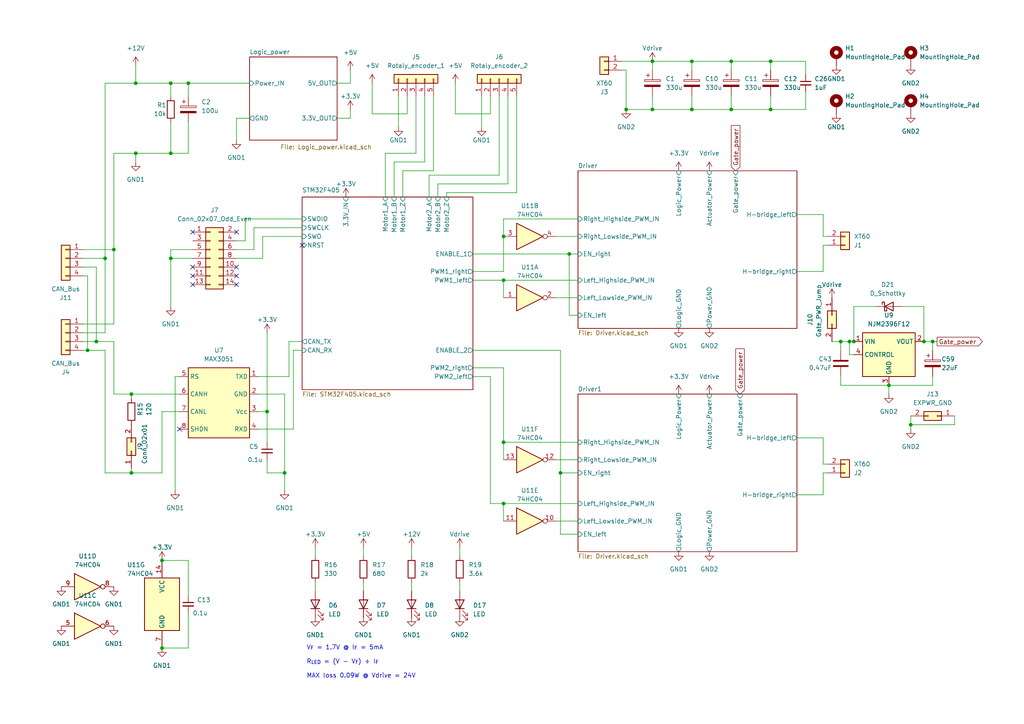
<source format=kicad_sch>
(kicad_sch (version 20230121) (generator eeschema)
  (paper "A4")
  (title_block (title "RDC_MD_prot") (date "2024-09-01") (rev "prot") (company "RDC") (comment 1 "Designer: Yuya Mochizuki"))
  (lib_symbols
    (symbol "74xx:74HC04"
      (property "Reference" "U" (at 0 1.27 0))
      (property "Value" "74HC04" (at 0 -1.27 0))
      (symbol "74HC04_1_0"
        (polyline (pts (xy -3.81 3.81) (xy -3.81 -3.81) (xy 3.81 0) (xy -3.81 3.81)) (stroke (width 0.254)) (fill (type background)))
        (pin input line (at -7.62 0 0) (length 3.81) (name "~") (number "1"))
        (pin output inverted (at 7.62 0 180) (length 3.81) (name "~") (number "2"))
      )
      (symbol "74HC04_2_0"
        (polyline (pts (xy -3.81 3.81) (xy -3.81 -3.81) (xy 3.81 0) (xy -3.81 3.81)) (stroke (width 0.254)) (fill (type background)))
        (pin input line (at -7.62 0 0) (length 3.81) (name "~") (number "3"))
        (pin output inverted (at 7.62 0 180) (length 3.81) (name "~") (number "4"))
      )
      (symbol "74HC04_3_0"
        (polyline (pts (xy -3.81 3.81) (xy -3.81 -3.81) (xy 3.81 0) (xy -3.81 3.81)) (stroke (width 0.254)) (fill (type background)))
        (pin input line (at -7.62 0 0) (length 3.81) (name "~") (number "5"))
        (pin output inverted (at 7.62 0 180) (length 3.81) (name "~") (number "6"))
      )
      (symbol "74HC04_4_0"
        (polyline (pts (xy -3.81 3.81) (xy -3.81 -3.81) (xy 3.81 0) (xy -3.81 3.81)) (stroke (width 0.254)) (fill (type background)))
        (pin output inverted (at 7.62 0 180) (length 3.81) (name "~") (number "8"))
        (pin input line (at -7.62 0 0) (length 3.81) (name "~") (number "9"))
      )
      (symbol "74HC04_5_0"
        (polyline (pts (xy -3.81 3.81) (xy -3.81 -3.81) (xy 3.81 0) (xy -3.81 3.81)) (stroke (width 0.254)) (fill (type background)))
        (pin output inverted (at 7.62 0 180) (length 3.81) (name "~") (number "10"))
        (pin input line (at -7.62 0 0) (length 3.81) (name "~") (number "11"))
      )
      (symbol "74HC04_6_0"
        (polyline (pts (xy -3.81 3.81) (xy -3.81 -3.81) (xy 3.81 0) (xy -3.81 3.81)) (stroke (width 0.254)) (fill (type background)))
        (pin output inverted (at 7.62 0 180) (length 3.81) (name "~") (number "12"))
        (pin input line (at -7.62 0 0) (length 3.81) (name "~") (number "13"))
      )
      (symbol "74HC04_7_0"
        (pin power_in line (at 0 12.7 270) (length 5.08) (name "VCC") (number "14"))
        (pin power_in line (at 0 -12.7 90) (length 5.08) (name "GND") (number "7"))
      )
      (symbol "74HC04_7_1"
        (rectangle (start -5.08 7.62) (end 5.08 -7.62) (stroke (width 0.254)) (fill (type background)))
      )
    )
    (symbol "Connector_Generic:Conn_01x02" (pin_names (offset 1.016) hide)
      (property "Reference" "J" (at 0 2.54 0))
      (property "Value" "Conn_01x02" (at 0 -5.08 0))
      (symbol "Conn_01x02_1_1"
        (rectangle (start -1.27 -2.413) (end 0 -2.667) (stroke (width 0.1524)))
        (rectangle (start -1.27 0.127) (end 0 -0.127) (stroke (width 0.1524)))
        (rectangle (start -1.27 1.27) (end 1.27 -3.81) (stroke (width 0.254)) (fill (type background)))
        (pin passive line (at -5.08 0 0) (length 3.81) (name "Pin_1") (number "1"))
        (pin passive line (at -5.08 -2.54 0) (length 3.81) (name "Pin_2") (number "2"))
      )
    )
    (symbol "Connector_Generic:Conn_01x04" (pin_names (offset 1.016) hide)
      (property "Reference" "J" (at 0 5.08 0))
      (property "Value" "Conn_01x04" (at 0 -7.62 0))
      (symbol "Conn_01x04_1_1"
        (rectangle (start -1.27 -4.953) (end 0 -5.207) (stroke (width 0.1524)))
        (rectangle (start -1.27 -2.413) (end 0 -2.667) (stroke (width 0.1524)))
        (rectangle (start -1.27 0.127) (end 0 -0.127) (stroke (width 0.1524)))
        (rectangle (start -1.27 2.667) (end 0 2.413) (stroke (width 0.1524)))
        (rectangle (start -1.27 3.81) (end 1.27 -6.35) (stroke (width 0.254)) (fill (type background)))
        (pin passive line (at -5.08 2.54 0) (length 3.81) (name "Pin_1") (number "1"))
        (pin passive line (at -5.08 0 0) (length 3.81) (name "Pin_2") (number "2"))
        (pin passive line (at -5.08 -2.54 0) (length 3.81) (name "Pin_3") (number "3"))
        (pin passive line (at -5.08 -5.08 0) (length 3.81) (name "Pin_4") (number "4"))
      )
    )
    (symbol "Connector_Generic:Conn_01x05" (pin_names (offset 1.016) hide)
      (property "Reference" "J" (at 0 7.62 0))
      (property "Value" "Conn_01x05" (at 0 -7.62 0))
      (symbol "Conn_01x05_1_1"
        (rectangle (start -1.27 -4.953) (end 0 -5.207) (stroke (width 0.1524)))
        (rectangle (start -1.27 -2.413) (end 0 -2.667) (stroke (width 0.1524)))
        (rectangle (start -1.27 0.127) (end 0 -0.127) (stroke (width 0.1524)))
        (rectangle (start -1.27 2.667) (end 0 2.413) (stroke (width 0.1524)))
        (rectangle (start -1.27 5.207) (end 0 4.953) (stroke (width 0.1524)))
        (rectangle (start -1.27 6.35) (end 1.27 -6.35) (stroke (width 0.254)) (fill (type background)))
        (pin passive line (at -5.08 5.08 0) (length 3.81) (name "Pin_1") (number "1"))
        (pin passive line (at -5.08 2.54 0) (length 3.81) (name "Pin_2") (number "2"))
        (pin passive line (at -5.08 0 0) (length 3.81) (name "Pin_3") (number "3"))
        (pin passive line (at -5.08 -2.54 0) (length 3.81) (name "Pin_4") (number "4"))
        (pin passive line (at -5.08 -5.08 0) (length 3.81) (name "Pin_5") (number "5"))
      )
    )
    (symbol "Connector_Generic:Conn_02x01" (pin_names (offset 1.016) hide)
      (property "Reference" "J" (at 1.27 2.54 0))
      (property "Value" "Conn_02x01" (at 1.27 -2.54 0))
      (symbol "Conn_02x01_1_1"
        (rectangle (start -1.27 0.127) (end 0 -0.127) (stroke (width 0.1524)))
        (rectangle (start -1.27 1.27) (end 3.81 -1.27) (stroke (width 0.254)) (fill (type background)))
        (rectangle (start 3.81 0.127) (end 2.54 -0.127) (stroke (width 0.1524)))
        (pin passive line (at -5.08 0 0) (length 3.81) (name "Pin_1") (number "1"))
        (pin passive line (at 7.62 0 180) (length 3.81) (name "Pin_2") (number "2"))
      )
    )
    (symbol "Connector_Generic:Conn_02x07_Odd_Even" (pin_names (offset 1.016) hide)
      (property "Reference" "J" (at 1.27 10.16 0))
      (property "Value" "Conn_02x07_Odd_Even" (at 1.27 -10.16 0))
      (symbol "Conn_02x07_Odd_Even_1_1"
        (rectangle (start -1.27 -7.493) (end 0 -7.747) (stroke (width 0.1524)))
        (rectangle (start -1.27 -4.953) (end 0 -5.207) (stroke (width 0.1524)))
        (rectangle (start -1.27 -2.413) (end 0 -2.667) (stroke (width 0.1524)))
        (rectangle (start -1.27 0.127) (end 0 -0.127) (stroke (width 0.1524)))
        (rectangle (start -1.27 2.667) (end 0 2.413) (stroke (width 0.1524)))
        (rectangle (start -1.27 5.207) (end 0 4.953) (stroke (width 0.1524)))
        (rectangle (start -1.27 7.747) (end 0 7.493) (stroke (width 0.1524)))
        (rectangle (start -1.27 8.89) (end 3.81 -8.89) (stroke (width 0.254)) (fill (type background)))
        (rectangle (start 3.81 -7.493) (end 2.54 -7.747) (stroke (width 0.1524)))
        (rectangle (start 3.81 -4.953) (end 2.54 -5.207) (stroke (width 0.1524)))
        (rectangle (start 3.81 -2.413) (end 2.54 -2.667) (stroke (width 0.1524)))
        (rectangle (start 3.81 0.127) (end 2.54 -0.127) (stroke (width 0.1524)))
        (rectangle (start 3.81 2.667) (end 2.54 2.413) (stroke (width 0.1524)))
        (rectangle (start 3.81 5.207) (end 2.54 4.953) (stroke (width 0.1524)))
        (rectangle (start 3.81 7.747) (end 2.54 7.493) (stroke (width 0.1524)))
        (pin passive line (at -5.08 7.62 0) (length 3.81) (name "Pin_1") (number "1"))
        (pin passive line (at 7.62 -2.54 180) (length 3.81) (name "Pin_10") (number "10"))
        (pin passive line (at -5.08 -5.08 0) (length 3.81) (name "Pin_11") (number "11"))
        (pin passive line (at 7.62 -5.08 180) (length 3.81) (name "Pin_12") (number "12"))
        (pin passive line (at -5.08 -7.62 0) (length 3.81) (name "Pin_13") (number "13"))
        (pin passive line (at 7.62 -7.62 180) (length 3.81) (name "Pin_14") (number "14"))
        (pin passive line (at 7.62 7.62 180) (length 3.81) (name "Pin_2") (number "2"))
        (pin passive line (at -5.08 5.08 0) (length 3.81) (name "Pin_3") (number "3"))
        (pin passive line (at 7.62 5.08 180) (length 3.81) (name "Pin_4") (number "4"))
        (pin passive line (at -5.08 2.54 0) (length 3.81) (name "Pin_5") (number "5"))
        (pin passive line (at 7.62 2.54 180) (length 3.81) (name "Pin_6") (number "6"))
        (pin passive line (at -5.08 0 0) (length 3.81) (name "Pin_7") (number "7"))
        (pin passive line (at 7.62 0 180) (length 3.81) (name "Pin_8") (number "8"))
        (pin passive line (at -5.08 -2.54 0) (length 3.81) (name "Pin_9") (number "9"))
      )
    )
    (symbol "Device:C" (pin_numbers hide) (pin_names (offset 0.254))
      (property "Reference" "C" (at 0.635 2.54 0))
      (property "Value" "C" (at 0.635 -2.54 0))
      (symbol "C_0_1"
        (polyline (pts (xy -2.032 -0.762) (xy 2.032 -0.762)) (stroke (width 0.508)))
        (polyline (pts (xy -2.032 0.762) (xy 2.032 0.762)) (stroke (width 0.508)))
      )
      (symbol "C_1_1"
        (pin passive line (at 0 3.81 270) (length 2.794) (name "~") (number "1"))
        (pin passive line (at 0 -3.81 90) (length 2.794) (name "~") (number "2"))
      )
    )
    (symbol "Device:C_Polarized" (pin_numbers hide) (pin_names (offset 0.254))
      (property "Reference" "C" (at 0.635 2.54 0))
      (property "Value" "C_Polarized" (at 0.635 -2.54 0))
      (symbol "C_Polarized_0_1"
        (rectangle (start -2.286 0.508) (end 2.286 1.016))
        (polyline (pts (xy -1.778 2.286) (xy -0.762 2.286)))
        (polyline (pts (xy -1.27 2.794) (xy -1.27 1.778)))
        (rectangle (start 2.286 -0.508) (end -2.286 -1.016) (fill (type outline)))
      )
      (symbol "C_Polarized_1_1"
        (pin passive line (at 0 3.81 270) (length 2.794) (name "~") (number "1"))
        (pin passive line (at 0 -3.81 90) (length 2.794) (name "~") (number "2"))
      )
    )
    (symbol "Device:C_Small" (pin_numbers hide) (pin_names (offset 0.254) hide)
      (property "Reference" "C" (at 0.254 1.778 0))
      (property "Value" "C_Small" (at 0.254 -2.032 0))
      (symbol "C_Small_0_1"
        (polyline (pts (xy -1.524 -0.508) (xy 1.524 -0.508)) (stroke (width 0.3302)))
        (polyline (pts (xy -1.524 0.508) (xy 1.524 0.508)) (stroke (width 0.3048)))
      )
      (symbol "C_Small_1_1"
        (pin passive line (at 0 2.54 270) (length 2.032) (name "~") (number "1"))
        (pin passive line (at 0 -2.54 90) (length 2.032) (name "~") (number "2"))
      )
    )
    (symbol "Device:D_Schottky" (pin_numbers hide) (pin_names (offset 1.016) hide)
      (property "Reference" "D" (at 0 2.54 0))
      (property "Value" "D_Schottky" (at 0 -2.54 0))
      (symbol "D_Schottky_0_1"
        (polyline (pts (xy 1.27 0) (xy -1.27 0)))
        (polyline (pts (xy 1.27 1.27) (xy 1.27 -1.27) (xy -1.27 0) (xy 1.27 1.27)) (stroke (width 0.254)))
        (polyline (pts (xy -1.905 0.635) (xy -1.905 1.27) (xy -1.27 1.27) (xy -1.27 -1.27) (xy -0.635 -1.27) (xy -0.635 -0.635)) (stroke (width 0.254)))
      )
      (symbol "D_Schottky_1_1"
        (pin passive line (at -3.81 0 0) (length 2.54) (name "K") (number "1"))
        (pin passive line (at 3.81 0 180) (length 2.54) (name "A") (number "2"))
      )
    )
    (symbol "Device:LED" (pin_numbers hide) (pin_names (offset 1.016) hide)
      (property "Reference" "D" (at 0 2.54 0))
      (property "Value" "LED" (at 0 -2.54 0))
      (symbol "LED_0_1"
        (polyline (pts (xy -1.27 -1.27) (xy -1.27 1.27)) (stroke (width 0.254)))
        (polyline (pts (xy -1.27 0) (xy 1.27 0)))
        (polyline (pts (xy 1.27 -1.27) (xy 1.27 1.27) (xy -1.27 0) (xy 1.27 -1.27)) (stroke (width 0.254)))
        (polyline (pts (xy -3.048 -0.762) (xy -4.572 -2.286) (xy -3.81 -2.286) (xy -4.572 -2.286) (xy -4.572 -1.524)))
        (polyline (pts (xy -1.778 -0.762) (xy -3.302 -2.286) (xy -2.54 -2.286) (xy -3.302 -2.286) (xy -3.302 -1.524)))
      )
      (symbol "LED_1_1"
        (pin passive line (at -3.81 0 0) (length 2.54) (name "K") (number "1"))
        (pin passive line (at 3.81 0 180) (length 2.54) (name "A") (number "2"))
      )
    )
    (symbol "Device:R" (pin_numbers hide) (pin_names (offset 0))
      (property "Reference" "R" (at 2.032 0 90))
      (property "Value" "R" (at 0 0 90))
      (symbol "R_0_1"
        (rectangle (start -1.016 -2.54) (end 1.016 2.54) (stroke (width 0.254)))
      )
      (symbol "R_1_1"
        (pin passive line (at 0 3.81 270) (length 1.27) (name "~") (number "1"))
        (pin passive line (at 0 -3.81 90) (length 1.27) (name "~") (number "2"))
      )
    )
    (symbol "Mechanical:MountingHole_Pad" (pin_numbers hide) (pin_names (offset 1.016) hide)
      (property "Reference" "H" (at 0 6.35 0))
      (property "Value" "MountingHole_Pad" (at 0 4.445 0))
      (symbol "MountingHole_Pad_0_1"
        (circle (center 0 1.27) (radius 1.27) (stroke (width 1.27)))
      )
      (symbol "MountingHole_Pad_1_1"
        (pin input line (at 0 -2.54 90) (length 2.54) (name "1") (number "1"))
      )
    )
    (symbol "RDC_generic:MAX3051"
      (property "Reference" "U" (at 0 0 0))
      (property "Value" "MAX3051" (at 0 0 0))
      (symbol "MAX3051_1_1"
        (rectangle (start -8.89 -2.54) (end 8.89 -22.86) (stroke (width 0.254)) (fill (type background)))
        (pin input line (at -11.43 -5.08 0) (length 2.54) (name "TXD") (number "1"))
        (pin power_in line (at -11.43 -10.16 0) (length 2.54) (name "GND") (number "2"))
        (pin power_in line (at -11.43 -15.24 0) (length 2.54) (name "Vcc") (number "3"))
        (pin input line (at -11.43 -20.32 0) (length 2.54) (name "RXD") (number "4"))
        (pin input line (at 11.43 -5.08 180) (length 2.54) (name "RS") (number "5"))
        (pin output line (at 11.43 -10.16 180) (length 2.54) (name "CANH") (number "6"))
        (pin output line (at 11.43 -15.24 180) (length 2.54) (name "CANL") (number "7"))
        (pin input line (at 11.43 -20.32 180) (length 2.54) (name "SHDN") (number "8"))
      )
    )
    (symbol "RDC_generic:NJM2396F12"
      (property "Reference" "U" (at -6.35 -6.35 0))
      (property "Value" "NJM2396F12" (at 0 6.35 0))
      (symbol "NJM2396F12_0_1"
        (rectangle (start -7.62 5.08) (end 7.62 -7.62) (stroke (width 0.254)) (fill (type background)))
      )
      (symbol "NJM2396F12_1_1"
        (pin power_in line (at -10.16 2.54 0) (length 2.54) (name "VIN") (number "1"))
        (pin power_out line (at 10.16 2.54 180) (length 2.54) (name "VOUT") (number "2"))
        (pin power_in line (at 0 -10.16 90) (length 2.54) (name "GND") (number "3"))
        (pin input line (at -10.16 -1.27 0) (length 2.54) (name "CONTROL") (number "4"))
      )
    )
    (symbol "power:+12V" (power) (pin_names (offset 0))
      (property "Value" "+12V" (at 0 3.556 0))
      (symbol "+12V_0_1"
        (polyline (pts (xy -0.762 1.27) (xy 0 2.54)))
        (polyline (pts (xy 0 0) (xy 0 2.54)))
        (polyline (pts (xy 0 2.54) (xy 0.762 1.27)))
      )
      (symbol "+12V_1_1"
        (pin power_in line (at 0 0 90) (length 0) hide (name "+12V") (number "1"))
      )
    )
    (symbol "power:+3.3V" (power) (pin_names (offset 0))
      (property "Value" "+3.3V" (at 0 3.556 0))
      (symbol "+3.3V_0_1"
        (polyline (pts (xy -0.762 1.27) (xy 0 2.54)))
        (polyline (pts (xy 0 0) (xy 0 2.54)))
        (polyline (pts (xy 0 2.54) (xy 0.762 1.27)))
      )
      (symbol "+3.3V_1_1"
        (pin power_in line (at 0 0 90) (length 0) hide (name "+3.3V") (number "1"))
      )
    )
    (symbol "power:+5V" (power) (pin_names (offset 0))
      (property "Value" "+5V" (at 0 3.556 0))
      (symbol "+5V_0_1"
        (polyline (pts (xy -0.762 1.27) (xy 0 2.54)))
        (polyline (pts (xy 0 0) (xy 0 2.54)))
        (polyline (pts (xy 0 2.54) (xy 0.762 1.27)))
      )
      (symbol "+5V_1_1"
        (pin power_in line (at 0 0 90) (length 0) hide (name "+5V") (number "1"))
      )
    )
    (symbol "power:GND1" (power) (pin_names (offset 0))
      (property "Value" "GND1" (at 0 -3.81 0))
      (symbol "GND1_0_1"
        (polyline (pts (xy 0 0) (xy 0 -1.27) (xy 1.27 -1.27) (xy 0 -2.54) (xy -1.27 -1.27) (xy 0 -1.27)))
      )
      (symbol "GND1_1_1"
        (pin power_in line (at 0 0 270) (length 0) hide (name "GND1") (number "1"))
      )
    )
    (symbol "power:GND2" (power) (pin_names (offset 0))
      (property "Value" "GND2" (at 0 -3.81 0))
      (symbol "GND2_0_1"
        (polyline (pts (xy 0 0) (xy 0 -1.27) (xy 1.27 -1.27) (xy 0 -2.54) (xy -1.27 -1.27) (xy 0 -1.27)))
      )
      (symbol "GND2_1_1"
        (pin power_in line (at 0 0 270) (length 0) hide (name "GND2") (number "1"))
      )
    )
    (symbol "power:Vdrive" (power) (pin_names (offset 0))
      (property "Value" "Vdrive" (at 0 3.81 0))
      (symbol "Vdrive_0_1"
        (polyline (pts (xy -0.762 1.27) (xy 0 2.54)))
        (polyline (pts (xy 0 0) (xy 0 2.54)))
        (polyline (pts (xy 0 2.54) (xy 0.762 1.27)))
      )
      (symbol "Vdrive_1_1"
        (pin power_in line (at 0 0 90) (length 0) hide (name "Vdrive") (number "1"))
      )
    )
  )
  (junction (at 200.66 17.78))
  (junction (at 38.1 137.16))
  (junction (at 257.81 111.76))
  (junction (at 223.52 31.75))
  (junction (at 39.37 44.45))
  (junction (at 165.1 73.66))
  (junction (at 247.65 99.06))
  (junction (at 77.47 119.38))
  (junction (at 246.38 99.06))
  (junction (at 49.53 44.45))
  (junction (at 46.99 162.56))
  (junction (at 38.1 114.3))
  (junction (at 25.4 101.6))
  (junction (at 162.56 137.16))
  (junction (at 54.61 24.13))
  (junction (at 39.37 24.13))
  (junction (at 146.05 128.27))
  (junction (at 189.23 31.75))
  (junction (at 243.84 99.06))
  (junction (at 30.48 74.93))
  (junction (at 33.02 72.39))
  (junction (at 264.16 123.19))
  (junction (at 146.05 146.05))
  (junction (at 27.94 99.06))
  (junction (at 212.09 31.75))
  (junction (at 223.52 17.78))
  (junction (at 146.05 68.58))
  (junction (at 82.55 137.16))
  (junction (at 49.53 24.13))
  (junction (at 267.97 99.06))
  (junction (at 49.53 74.93))
  (junction (at 270.51 99.06))
  (junction (at 189.23 17.78))
  (junction (at 200.66 31.75))
  (junction (at 46.99 187.96))
  (junction (at 212.09 17.78))
  (junction (at 181.61 31.75))
  (junction (at 146.05 81.28))
  (no_connect (at 68.58 77.47))
  (no_connect (at 52.07 124.46))
  (no_connect (at 68.58 67.31))
  (no_connect (at 55.88 82.55))
  (no_connect (at 68.58 82.55))
  (no_connect (at 55.88 67.31))
  (no_connect (at 68.58 80.01))
  (no_connect (at 55.88 77.47))
  (no_connect (at 87.63 71.12))
  (no_connect (at 55.88 80.01))
  (wire (pts (xy 254 88.9) (xy 247.65 88.9)))
  (wire (pts (xy 49.53 44.45) (xy 54.61 44.45)))
  (wire (pts (xy 119.38 168.91) (xy 119.38 171.45)))
  (wire (pts (xy 146.05 128.27) (xy 146.05 106.68)))
  (wire (pts (xy 54.61 162.56) (xy 46.99 162.56)))
  (wire (pts (xy 200.66 27.94) (xy 200.66 31.75)))
  (wire (pts (xy 270.51 109.22) (xy 270.51 111.76)))
  (wire (pts (xy 124.46 50.8) (xy 144.78 50.8)))
  (wire (pts (xy 74.93 119.38) (xy 77.47 119.38)))
  (wire (pts (xy 180.34 20.32) (xy 181.61 20.32)))
  (wire (pts (xy 119.38 158.75) (xy 119.38 161.29)))
  (wire (pts (xy 97.79 34.29) (xy 101.6 34.29)))
  (wire (pts (xy 161.29 68.58) (xy 167.64 68.58)))
  (wire (pts (xy 264.16 123.19) (xy 264.16 124.46)))
  (wire (pts (xy 111.76 44.45) (xy 120.65 44.45)))
  (wire (pts (xy 144.78 27.94) (xy 144.78 50.8)))
  (wire (pts (xy 233.68 31.75) (xy 223.52 31.75)))
  (wire (pts (xy 231.14 143.51) (xy 238.76 143.51)))
  (wire (pts (xy 146.05 81.28) (xy 146.05 86.36)))
  (wire (pts (xy 142.24 33.02) (xy 132.08 33.02)))
  (wire (pts (xy 149.86 55.88) (xy 149.86 27.94)))
  (wire (pts (xy 243.84 99.06) (xy 243.84 101.6)))
  (wire (pts (xy 101.6 31.75) (xy 101.6 34.29)))
  (wire (pts (xy 24.13 72.39) (xy 33.02 72.39)))
  (wire (pts (xy 137.16 78.74) (xy 146.05 78.74)))
  (wire (pts (xy 38.1 114.3) (xy 52.07 114.3)))
  (wire (pts (xy 161.29 86.36) (xy 167.64 86.36)))
  (wire (pts (xy 238.76 78.74) (xy 238.76 71.12)))
  (wire (pts (xy 87.63 101.6) (xy 85.09 101.6)))
  (wire (pts (xy 146.05 106.68) (xy 137.16 106.68)))
  (wire (pts (xy 200.66 17.78) (xy 212.09 17.78)))
  (wire (pts (xy 116.84 57.15) (xy 116.84 49.53)))
  (wire (pts (xy 124.46 57.15) (xy 124.46 50.8)))
  (wire (pts (xy 39.37 24.13) (xy 49.53 24.13)))
  (wire (pts (xy 76.2 74.93) (xy 68.58 74.93)))
  (wire (pts (xy 83.82 99.06) (xy 83.82 109.22)))
  (wire (pts (xy 39.37 44.45) (xy 49.53 44.45)))
  (wire (pts (xy 162.56 137.16) (xy 167.64 137.16)))
  (wire (pts (xy 46.99 119.38) (xy 46.99 137.16)))
  (wire (pts (xy 24.13 77.47) (xy 27.94 77.47)))
  (wire (pts (xy 146.05 146.05) (xy 146.05 151.13)))
  (wire (pts (xy 165.1 73.66) (xy 167.64 73.66)))
  (wire (pts (xy 238.76 134.62) (xy 240.03 134.62)))
  (wire (pts (xy 30.48 101.6) (xy 30.48 137.16)))
  (wire (pts (xy 146.05 63.5) (xy 146.05 68.58)))
  (wire (pts (xy 97.79 24.13) (xy 101.6 24.13)))
  (wire (pts (xy 49.53 72.39) (xy 49.53 74.93)))
  (wire (pts (xy 142.24 109.22) (xy 142.24 146.05)))
  (wire (pts (xy 238.76 137.16) (xy 240.03 137.16)))
  (wire (pts (xy 146.05 81.28) (xy 167.64 81.28)))
  (wire (pts (xy 74.93 114.3) (xy 82.55 114.3)))
  (wire (pts (xy 243.84 111.76) (xy 257.81 111.76)))
  (wire (pts (xy 116.84 49.53) (xy 125.73 49.53)))
  (wire (pts (xy 91.44 158.75) (xy 91.44 161.29)))
  (wire (pts (xy 132.08 24.13) (xy 132.08 33.02)))
  (wire (pts (xy 231.14 78.74) (xy 238.76 78.74)))
  (wire (pts (xy 46.99 119.38) (xy 52.07 119.38)))
  (wire (pts (xy 77.47 133.35) (xy 77.47 137.16)))
  (wire (pts (xy 71.12 63.5) (xy 71.12 69.85)))
  (wire (pts (xy 73.66 66.04) (xy 73.66 72.39)))
  (wire (pts (xy 68.58 34.29) (xy 68.58 40.64)))
  (wire (pts (xy 270.51 99.06) (xy 270.51 101.6)))
  (wire (pts (xy 146.05 146.05) (xy 167.64 146.05)))
  (wire (pts (xy 24.13 99.06) (xy 27.94 99.06)))
  (wire (pts (xy 38.1 135.89) (xy 38.1 137.16)))
  (wire (pts (xy 82.55 114.3) (xy 82.55 137.16)))
  (wire (pts (xy 137.16 101.6) (xy 162.56 101.6)))
  (wire (pts (xy 85.09 101.6) (xy 85.09 124.46)))
  (wire (pts (xy 167.64 154.94) (xy 162.56 154.94)))
  (wire (pts (xy 200.66 31.75) (xy 189.23 31.75)))
  (wire (pts (xy 76.2 68.58) (xy 76.2 74.93)))
  (wire (pts (xy 146.05 63.5) (xy 167.64 63.5)))
  (wire (pts (xy 101.6 20.32) (xy 101.6 24.13)))
  (wire (pts (xy 243.84 109.22) (xy 243.84 111.76)))
  (wire (pts (xy 181.61 31.75) (xy 189.23 31.75)))
  (wire (pts (xy 49.53 24.13) (xy 54.61 24.13)))
  (wire (pts (xy 49.53 74.93) (xy 55.88 74.93)))
  (wire (pts (xy 54.61 172.72) (xy 54.61 162.56)))
  (wire (pts (xy 247.65 88.9) (xy 247.65 99.06)))
  (wire (pts (xy 73.66 72.39) (xy 68.58 72.39)))
  (wire (pts (xy 146.05 128.27) (xy 146.05 133.35)))
  (wire (pts (xy 87.63 66.04) (xy 73.66 66.04)))
  (wire (pts (xy 200.66 31.75) (xy 212.09 31.75)))
  (wire (pts (xy 212.09 17.78) (xy 223.52 17.78)))
  (wire (pts (xy 241.3 99.06) (xy 243.84 99.06)))
  (wire (pts (xy 276.86 120.65) (xy 276.86 123.19)))
  (wire (pts (xy 49.53 35.56) (xy 49.53 44.45)))
  (wire (pts (xy 147.32 27.94) (xy 147.32 53.34)))
  (wire (pts (xy 146.05 78.74) (xy 146.05 68.58)))
  (wire (pts (xy 238.76 143.51) (xy 238.76 137.16)))
  (wire (pts (xy 142.24 27.94) (xy 142.24 33.02)))
  (wire (pts (xy 107.95 24.13) (xy 107.95 33.02)))
  (wire (pts (xy 71.12 69.85) (xy 68.58 69.85)))
  (wire (pts (xy 139.7 27.94) (xy 139.7 36.83)))
  (wire (pts (xy 231.14 62.23) (xy 238.76 62.23)))
  (wire (pts (xy 91.44 168.91) (xy 91.44 171.45)))
  (wire (pts (xy 115.57 27.94) (xy 115.57 36.83)))
  (wire (pts (xy 33.02 44.45) (xy 33.02 72.39)))
  (wire (pts (xy 247.65 102.87) (xy 246.38 102.87)))
  (wire (pts (xy 161.29 133.35) (xy 167.64 133.35)))
  (wire (pts (xy 77.47 137.16) (xy 82.55 137.16)))
  (wire (pts (xy 120.65 44.45) (xy 120.65 27.94)))
  (wire (pts (xy 261.62 88.9) (xy 267.97 88.9)))
  (wire (pts (xy 82.55 137.16) (xy 82.55 142.24)))
  (wire (pts (xy 246.38 102.87) (xy 246.38 99.06)))
  (wire (pts (xy 233.68 21.59) (xy 233.68 17.78)))
  (wire (pts (xy 24.13 93.98) (xy 33.02 93.98)))
  (wire (pts (xy 161.29 151.13) (xy 167.64 151.13)))
  (wire (pts (xy 54.61 24.13) (xy 72.39 24.13)))
  (wire (pts (xy 146.05 128.27) (xy 167.64 128.27)))
  (wire (pts (xy 39.37 24.13) (xy 30.48 24.13)))
  (wire (pts (xy 49.53 27.94) (xy 49.53 24.13)))
  (wire (pts (xy 77.47 96.52) (xy 77.47 119.38)))
  (wire (pts (xy 127 53.34) (xy 127 57.15)))
  (wire (pts (xy 30.48 101.6) (xy 25.4 101.6)))
  (wire (pts (xy 54.61 27.94) (xy 54.61 24.13)))
  (wire (pts (xy 105.41 158.75) (xy 105.41 161.29)))
  (wire (pts (xy 189.23 20.32) (xy 189.23 17.78)))
  (wire (pts (xy 137.16 109.22) (xy 142.24 109.22)))
  (wire (pts (xy 276.86 123.19) (xy 264.16 123.19)))
  (wire (pts (xy 77.47 119.38) (xy 77.47 128.27)))
  (wire (pts (xy 137.16 73.66) (xy 165.1 73.66)))
  (wire (pts (xy 189.23 17.78) (xy 200.66 17.78)))
  (wire (pts (xy 39.37 44.45) (xy 33.02 44.45)))
  (wire (pts (xy 30.48 137.16) (xy 38.1 137.16)))
  (wire (pts (xy 212.09 20.32) (xy 212.09 17.78)))
  (wire (pts (xy 33.02 99.06) (xy 27.94 99.06)))
  (wire (pts (xy 118.11 33.02) (xy 107.95 33.02)))
  (wire (pts (xy 52.07 109.22) (xy 50.8 109.22)))
  (wire (pts (xy 212.09 31.75) (xy 212.09 27.94)))
  (wire (pts (xy 38.1 137.16) (xy 46.99 137.16)))
  (wire (pts (xy 270.51 111.76) (xy 257.81 111.76)))
  (wire (pts (xy 24.13 80.01) (xy 25.4 80.01)))
  (wire (pts (xy 212.09 31.75) (xy 223.52 31.75)))
  (wire (pts (xy 238.76 68.58) (xy 240.03 68.58)))
  (wire (pts (xy 133.35 168.91) (xy 133.35 171.45)))
  (wire (pts (xy 200.66 20.32) (xy 200.66 17.78)))
  (wire (pts (xy 105.41 168.91) (xy 105.41 171.45)))
  (wire (pts (xy 133.35 158.75) (xy 133.35 161.29)))
  (wire (pts (xy 50.8 109.22) (xy 50.8 142.24)))
  (wire (pts (xy 181.61 20.32) (xy 181.61 31.75)))
  (wire (pts (xy 39.37 44.45) (xy 39.37 46.99)))
  (wire (pts (xy 54.61 35.56) (xy 54.61 44.45)))
  (wire (pts (xy 180.34 17.78) (xy 189.23 17.78)))
  (wire (pts (xy 238.76 134.62) (xy 238.76 127)))
  (wire (pts (xy 39.37 19.05) (xy 39.37 24.13)))
  (wire (pts (xy 264.16 120.65) (xy 264.16 123.19)))
  (wire (pts (xy 33.02 114.3) (xy 38.1 114.3)))
  (wire (pts (xy 223.52 17.78) (xy 223.52 20.32)))
  (wire (pts (xy 223.52 27.94) (xy 223.52 31.75)))
  (wire (pts (xy 72.39 34.29) (xy 68.58 34.29)))
  (wire (pts (xy 83.82 109.22) (xy 74.93 109.22)))
  (wire (pts (xy 125.73 49.53) (xy 125.73 27.94)))
  (wire (pts (xy 270.51 99.06) (xy 271.78 99.06)))
  (wire (pts (xy 30.48 74.93) (xy 30.48 96.52)))
  (wire (pts (xy 24.13 96.52) (xy 30.48 96.52)))
  (wire (pts (xy 165.1 91.44) (xy 167.64 91.44)))
  (wire (pts (xy 142.24 146.05) (xy 146.05 146.05)))
  (wire (pts (xy 165.1 73.66) (xy 165.1 91.44)))
  (wire (pts (xy 267.97 88.9) (xy 267.97 99.06)))
  (wire (pts (xy 85.09 124.46) (xy 74.93 124.46)))
  (wire (pts (xy 49.53 74.93) (xy 49.53 88.9)))
  (wire (pts (xy 38.1 115.57) (xy 38.1 114.3)))
  (wire (pts (xy 30.48 24.13) (xy 30.48 74.93)))
  (wire (pts (xy 87.63 63.5) (xy 71.12 63.5)))
  (wire (pts (xy 123.19 46.99) (xy 114.3 46.99)))
  (wire (pts (xy 162.56 154.94) (xy 162.56 137.16)))
  (wire (pts (xy 123.19 27.94) (xy 123.19 46.99)))
  (wire (pts (xy 129.54 57.15) (xy 129.54 55.88)))
  (wire (pts (xy 137.16 81.28) (xy 146.05 81.28)))
  (wire (pts (xy 147.32 53.34) (xy 127 53.34)))
  (wire (pts (xy 24.13 74.93) (xy 30.48 74.93)))
  (wire (pts (xy 114.3 46.99) (xy 114.3 57.15)))
  (wire (pts (xy 238.76 71.12) (xy 240.03 71.12)))
  (wire (pts (xy 162.56 101.6) (xy 162.56 137.16)))
  (wire (pts (xy 33.02 114.3) (xy 33.02 99.06)))
  (wire (pts (xy 238.76 62.23) (xy 238.76 68.58)))
  (wire (pts (xy 238.76 127) (xy 231.14 127)))
  (wire (pts (xy 55.88 72.39) (xy 49.53 72.39)))
  (wire (pts (xy 257.81 111.76) (xy 257.81 114.3)))
  (wire (pts (xy 25.4 101.6) (xy 24.13 101.6)))
  (wire (pts (xy 246.38 99.06) (xy 247.65 99.06)))
  (wire (pts (xy 233.68 26.67) (xy 233.68 31.75)))
  (wire (pts (xy 111.76 57.15) (xy 111.76 44.45)))
  (wire (pts (xy 87.63 68.58) (xy 76.2 68.58)))
  (wire (pts (xy 33.02 72.39) (xy 33.02 93.98)))
  (wire (pts (xy 129.54 55.88) (xy 149.86 55.88)))
  (wire (pts (xy 118.11 27.94) (xy 118.11 33.02)))
  (wire (pts (xy 25.4 80.01) (xy 25.4 101.6)))
  (wire (pts (xy 54.61 177.8) (xy 54.61 187.96)))
  (wire (pts (xy 243.84 99.06) (xy 246.38 99.06)))
  (wire (pts (xy 87.63 99.06) (xy 83.82 99.06)))
  (wire (pts (xy 189.23 31.75) (xy 189.23 27.94)))
  (wire (pts (xy 27.94 77.47) (xy 27.94 99.06)))
  (wire (pts (xy 267.97 99.06) (xy 270.51 99.06)))
  (wire (pts (xy 54.61 187.96) (xy 46.99 187.96)))
  (wire (pts (xy 233.68 17.78) (xy 223.52 17.78)))
  (text "V_{F} = 1.7V @ I_{F} = 5mA\n\nR_{LED} = (V - V_{F}) ÷ I_{F}\n\nMAX loss 0.09W @ Vdrive = 24V" (at 88.9 196.85 0) (effects (font (size 1.27 1.27)) (justify left bottom)))
  (global_label "Gate_power" (shape input) (at 213.36 49.53 90) (property "Intersheetrefs" "${INTERSHEET_REFS}" (effects hide)))
  (global_label "Gate_power" (shape output) (at 271.78 99.06 0) (property "Intersheetrefs" "${INTERSHEET_REFS}" (effects hide)))
  (global_label "Gate_power" (shape input) (at 214.63 114.3 90) (property "Intersheetrefs" "${INTERSHEET_REFS}" (effects hide)))
  (symbol (lib_id "Connector_Generic:Conn_01x04") (at 19.05 74.93 0) (mirror y) (unit 1)
    (property "Reference" "J11" (at 19.05 86.36 0))
    (property "Value" "CAN_Bus" (at 19.05 83.82 0))
    (property "Footprint" "Connector_JST:JST_XA_B04B-XASK-1_1x04_P2.50mm_Vertical" (effects hide))
  )
  (symbol (lib_id "Device:C_Polarized") (at 212.09 24.13 0) (unit 1)
    (property "Reference" "C11" (at 215.9 22.86 0) (effects (justify left)))
    (property "Value" "330u" (at 215.9 25.4 0) (effects (justify left)))
    (property "Footprint" "Capacitor_THT:CP_Radial_D10.0mm_P5.00mm" (effects hide))
  )
  (symbol (lib_id "power:GND2") (at 133.35 179.07 0) (unit 1)
    (property "Reference" "#PWR051" (effects hide))
    (property "Value" "GND2" (at 133.35 184.15 0))
  )
  (symbol (lib_id "power:GND1") (at 33.02 170.18 0) (unit 1)
    (property "Reference" "#PWR022" (effects hide))
    (property "Value" "GND1" (at 33.02 175.26 0))
  )
  (symbol (lib_id "Device:C") (at 243.84 105.41 0) (unit 1)
    (property "Reference" "C43" (at 241.3 104.14 0) (effects (justify right)))
    (property "Value" "0.47uF" (at 241.3 106.68 0) (effects (justify right)))
    (property "Footprint" "Capacitor_SMD:C_0805_2012Metric" (effects hide))
  )
  (symbol (lib_id "power:+3.3V") (at 100.33 57.15 0) (unit 1)
    (property "Reference" "#PWR010" (effects hide))
    (property "Value" "+3.3V" (at 100.33 53.34 0))
  )
  (symbol (lib_id "power:GND1") (at 82.55 142.24 0) (unit 1)
    (property "Reference" "#PWR015" (effects hide))
    (property "Value" "GND1" (at 82.55 147.32 0))
  )
  (symbol (lib_id "Device:C_Small") (at 54.61 175.26 0) (mirror y) (unit 1)
    (property "Reference" "C13" (at 57.15 173.9963 0) (effects (justify right)))
    (property "Value" "0.1u" (at 55.88 177.8 0) (effects (justify right)))
    (property "Footprint" "Capacitor_SMD:C_0402_1005Metric_Pad0.74x0.62mm_HandSolder" (effects hide))
  )
  (symbol (lib_id "Device:LED") (at 91.44 175.26 90) (unit 1)
    (property "Reference" "D6" (at 95.25 175.5775 90) (effects (justify right)))
    (property "Value" "LED" (at 95.25 178.1175 90) (effects (justify right)))
    (property "Footprint" "LED_SMD:LED_0603_1608Metric_Pad1.05x0.95mm_HandSolder" (effects hide))
  )
  (symbol (lib_id "power:+5V") (at 132.08 24.13 0) (unit 1)
    (property "Reference" "#PWR08" (effects hide))
    (property "Value" "+5V" (at 132.08 19.05 0))
  )
  (symbol (lib_id "power:GND1") (at 196.85 160.02 0) (unit 1)
    (property "Reference" "#PWR019" (effects hide))
    (property "Value" "GND1" (at 196.85 165.1 0))
  )
  (symbol (lib_id "power:+5V") (at 107.95 24.13 0) (unit 1)
    (property "Reference" "#PWR06" (effects hide))
    (property "Value" "+5V" (at 107.95 19.05 0))
  )
  (symbol (lib_id "power:GND1") (at 105.41 179.07 0) (unit 1)
    (property "Reference" "#PWR045" (effects hide))
    (property "Value" "GND1" (at 105.41 184.15 0))
  )
  (symbol (lib_id "power:GND1") (at 39.37 46.99 0) (unit 1)
    (property "Reference" "#PWR04" (effects hide))
    (property "Value" "GND1" (at 39.37 52.07 0))
  )
  (symbol (lib_id "power:GND1") (at 196.85 95.25 0) (unit 1)
    (property "Reference" "#PWR023" (effects hide))
    (property "Value" "GND1" (at 196.85 100.33 0))
  )
  (symbol (lib_id "power:+12V") (at 119.38 158.75 0) (unit 1)
    (property "Reference" "#PWR034" (effects hide))
    (property "Value" "+12V" (at 119.38 154.94 0))
  )
  (symbol (lib_id "power:+3.3V") (at 196.85 49.53 0) (unit 1)
    (property "Reference" "#PWR026" (effects hide))
    (property "Value" "+3.3V" (at 196.85 44.45 0))
  )
  (symbol (lib_id "power:GND1") (at 139.7 36.83 0) (unit 1)
    (property "Reference" "#PWR09" (effects hide))
    (property "Value" "GND1" (at 139.7 40.64 0))
  )
  (symbol (lib_id "Connector_Generic:Conn_01x02") (at 245.11 71.12 0) (mirror x) (unit 1)
    (property "Reference" "J1" (at 247.65 71.12 0) (effects (justify left)))
    (property "Value" "XT60" (at 247.65 68.58 0) (effects (justify left)))
    (property "Footprint" "Connector_AMASS:AMASS_XT60-F_1x02_P7.20mm_Vertical" (effects hide))
  )
  (symbol (lib_id "Device:R") (at 49.53 31.75 0) (unit 1)
    (property "Reference" "R1" (at 48.26 30.48 0) (effects (justify right)))
    (property "Value" "10k" (at 48.26 33.02 0) (effects (justify right)))
    (property "Footprint" "Resistor_SMD:R_1206_3216Metric_Pad1.30x1.75mm_HandSolder" (effects hide))
  )
  (symbol (lib_id "power:GND1") (at 115.57 36.83 0) (unit 1)
    (property "Reference" "#PWR07" (effects hide))
    (property "Value" "GND1" (at 115.57 40.64 0))
  )
  (symbol (lib_id "Device:R") (at 105.41 165.1 0) (unit 1)
    (property "Reference" "R17" (at 107.95 163.83 0) (effects (justify left)))
    (property "Value" "680" (at 107.95 166.37 0) (effects (justify left)))
    (property "Footprint" "Resistor_SMD:R_0603_1608Metric_Pad0.98x0.95mm_HandSolder" (effects hide))
  )
  (symbol (lib_id "Device:LED") (at 105.41 175.26 90) (unit 1)
    (property "Reference" "D7" (at 109.22 175.5775 90) (effects (justify right)))
    (property "Value" "LED" (at 109.22 178.1175 90) (effects (justify right)))
    (property "Footprint" "LED_SMD:LED_0603_1608Metric_Pad1.05x0.95mm_HandSolder" (effects hide))
  )
  (symbol (lib_id "power:GND1") (at 17.78 170.18 0) (unit 1)
    (property "Reference" "#PWR020" (effects hide))
    (property "Value" "GND1" (at 17.78 175.26 0))
  )
  (symbol (lib_id "power:GND2") (at 264.16 33.02 0) (unit 1)
    (property "Reference" "#PWR057" (effects hide))
    (property "Value" "GND2" (at 264.16 38.1 0))
  )
  (symbol (lib_id "power:GND2") (at 205.74 160.02 0) (unit 1)
    (property "Reference" "#PWR025" (effects hide))
    (property "Value" "GND2" (at 205.74 165.1 0))
  )
  (symbol (lib_id "Connector_Generic:Conn_02x01") (at 271.78 120.65 0) (mirror y) (unit 1)
    (property "Reference" "J13" (at 270.51 114.3 0))
    (property "Value" "EXPWR_GND" (at 270.51 116.84 0))
    (property "Footprint" "Connector_PinHeader_2.54mm:PinHeader_1x02_P2.54mm_Vertical" (effects hide))
  )
  (symbol (lib_id "RDC_generic:NJM2396F12") (at 257.81 101.6 0) (unit 1)
    (property "Reference" "U9" (at 257.81 91.44 0))
    (property "Value" "NJM2396F12" (at 257.81 93.98 0))
    (property "Footprint" "Package_TO_SOT_THT:TO-220-4_Vertical" (effects hide))
  )
  (symbol (lib_id "Connector_Generic:Conn_01x05") (at 144.78 22.86 90) (unit 1)
    (property "Reference" "J6" (at 144.78 16.51 90))
    (property "Value" "Rotaly_encoder_2" (at 144.78 19.05 90))
    (property "Footprint" "Connector_JST:JST_XA_B05B-XASK-1_1x05_P2.50mm_Vertical" (effects hide))
  )
  (symbol (lib_id "power:GND2") (at 181.61 31.75 0) (unit 1)
    (property "Reference" "#PWR03" (effects hide))
    (property "Value" "GND2" (at 181.61 36.83 0))
  )
  (symbol (lib_id "power:GND1") (at 33.02 181.61 0) (unit 1)
    (property "Reference" "#PWR052" (effects hide))
    (property "Value" "GND1" (at 33.02 186.69 0))
  )
  (symbol (lib_id "Connector_Generic:Conn_01x02") (at 245.11 137.16 0) (mirror x) (unit 1)
    (property "Reference" "J2" (at 247.65 137.16 0) (effects (justify left)))
    (property "Value" "XT60" (at 247.65 134.62 0) (effects (justify left)))
    (property "Footprint" "Connector_AMASS:AMASS_XT60-F_1x02_P7.20mm_Vertical" (effects hide))
  )
  (symbol (lib_id "power:Vdrive") (at 133.35 158.75 0) (unit 1)
    (property "Reference" "#PWR048" (effects hide))
    (property "Value" "Vdrive" (at 133.35 154.94 0))
  )
  (symbol (lib_id "power:GND1") (at 242.57 19.05 0) (unit 1)
    (property "Reference" "#PWR060" (effects hide))
    (property "Value" "GND1" (at 242.57 22.86 0))
  )
  (symbol (lib_id "74xx:74HC04") (at 153.67 68.58 0) (unit 2)
    (property "Reference" "U11" (at 153.67 59.69 0))
    (property "Value" "74HC04" (at 153.67 62.23 0))
    (property "Footprint" "Package_SO:SOIC-14_3.9x8.7mm_P1.27mm" (effects hide))
    (property "Datasheet" "https://assets.nexperia.com/documents/data-sheet/74HC_HCT04.pdf" (effects hide))
  )
  (symbol (lib_id "Connector_Generic:Conn_02x01") (at 241.3 91.44 90) (mirror x) (unit 1)
    (property "Reference" "J10" (at 234.95 92.71 0))
    (property "Value" "Gate_PWR_Jump" (at 237.49 90.17 0))
    (property "Footprint" "Connector_PinHeader_2.54mm:PinHeader_1x02_P2.54mm_Vertical" (effects hide))
  )
  (symbol (lib_id "Mechanical:MountingHole_Pad") (at 264.16 16.51 0) (unit 1)
    (property "Reference" "H3" (at 266.7 13.97 0) (effects (justify left)))
    (property "Value" "MountingHole_Pad" (at 266.7 16.51 0) (effects (justify left)))
    (property "Footprint" "MountingHole:MountingHole_3.2mm_M3_Pad_Via" (effects hide))
  )
  (symbol (lib_id "power:GND1") (at 119.38 179.07 0) (unit 1)
    (property "Reference" "#PWR046" (effects hide))
    (property "Value" "GND1" (at 119.38 184.15 0))
  )
  (symbol (lib_id "power:+3.3V") (at 91.44 158.75 0) (unit 1)
    (property "Reference" "#PWR029" (effects hide))
    (property "Value" "+3.3V" (at 91.44 154.94 0))
  )
  (symbol (lib_id "Device:C_Polarized") (at 54.61 31.75 0) (unit 1)
    (property "Reference" "C2" (at 58.42 29.591 0) (effects (justify left)))
    (property "Value" "100u" (at 58.42 32.131 0) (effects (justify left)))
    (property "Footprint" "Capacitor_THT:CP_Radial_D6.3mm_P2.50mm" (effects hide))
  )
  (symbol (lib_id "Connector_Generic:Conn_01x04") (at 19.05 96.52 0) (mirror y) (unit 1)
    (property "Reference" "J4" (at 19.05 107.95 0))
    (property "Value" "CAN_Bus" (at 19.05 105.41 0))
    (property "Footprint" "Connector_JST:JST_XA_B04B-XASK-1_1x04_P2.50mm_Vertical" (effects hide))
  )
  (symbol (lib_id "power:GND1") (at 242.57 33.02 0) (unit 1)
    (property "Reference" "#PWR059" (effects hide))
    (property "Value" "GND1" (at 242.57 36.83 0))
  )
  (symbol (lib_id "Device:D_Schottky") (at 257.81 88.9 0) (unit 1)
    (property "Reference" "D21" (at 257.4925 82.55 0))
    (property "Value" "D_Schottky" (at 257.4925 85.09 0))
    (property "Footprint" "Diode_SMD:D_SOD-123F" (effects hide))
  )
  (symbol (lib_id "Device:LED") (at 133.35 175.26 90) (unit 1)
    (property "Reference" "D17" (at 137.16 175.5775 90) (effects (justify right)))
    (property "Value" "LED" (at 137.16 178.1175 90) (effects (justify right)))
    (property "Footprint" "LED_SMD:LED_0603_1608Metric_Pad1.05x0.95mm_HandSolder" (effects hide))
  )
  (symbol (lib_id "power:+3.3V") (at 46.99 162.56 0) (unit 1)
    (property "Reference" "#PWR055" (effects hide))
    (property "Value" "+3.3V" (at 46.99 158.75 0))
  )
  (symbol (lib_id "power:GND1") (at 46.99 187.96 0) (unit 1)
    (property "Reference" "#PWR054" (effects hide))
    (property "Value" "GND1" (at 46.99 193.04 0))
  )
  (symbol (lib_id "Device:R") (at 38.1 119.38 180) (unit 1)
    (property "Reference" "R15" (at 40.64 120.65 90) (effects (justify right)))
    (property "Value" "120" (at 43.18 120.65 90) (effects (justify right)))
    (property "Footprint" "Resistor_SMD:R_0603_1608Metric_Pad0.98x0.95mm_HandSolder" (effects hide))
  )
  (symbol (lib_id "power:GND2") (at 205.74 95.25 0) (unit 1)
    (property "Reference" "#PWR024" (effects hide))
    (property "Value" "GND2" (at 205.74 100.33 0))
  )
  (symbol (lib_id "Device:R") (at 119.38 165.1 0) (unit 1)
    (property "Reference" "R18" (at 121.92 163.83 0) (effects (justify left)))
    (property "Value" "2k" (at 121.92 166.37 0) (effects (justify left)))
    (property "Footprint" "Resistor_SMD:R_0603_1608Metric_Pad0.98x0.95mm_HandSolder" (effects hide))
  )
  (symbol (lib_id "power:GND1") (at 50.8 142.24 0) (unit 1)
    (property "Reference" "#PWR016" (effects hide))
    (property "Value" "GND1" (at 50.8 147.32 0))
  )
  (symbol (lib_id "Connector_Generic:Conn_01x02") (at 175.26 17.78 0) (mirror y) (unit 1)
    (property "Reference" "J3" (at 175.26 26.67 0))
    (property "Value" "XT60" (at 175.26 24.13 0))
    (property "Footprint" "Connector_AMASS:AMASS_XT60-M_1x02_P7.20mm_Vertical" (effects hide))
  )
  (symbol (lib_id "power:Vdrive") (at 189.23 17.78 0) (unit 1)
    (property "Reference" "#PWR02" (effects hide))
    (property "Value" "Vdrive" (at 189.23 13.97 0))
  )
  (symbol (lib_id "Mechanical:MountingHole_Pad") (at 242.57 16.51 0) (unit 1)
    (property "Reference" "H1" (at 245.11 13.97 0) (effects (justify left)))
    (property "Value" "MountingHole_Pad" (at 245.11 16.51 0) (effects (justify left)))
    (property "Footprint" "MountingHole:MountingHole_3.2mm_M3_Pad_Via" (effects hide))
  )
  (symbol (lib_id "74xx:74HC04") (at 153.67 133.35 0) (unit 6)
    (property "Reference" "U11" (at 153.67 124.46 0))
    (property "Value" "74HC04" (at 153.67 127 0))
    (property "Footprint" "Package_SO:SOIC-14_3.9x8.7mm_P1.27mm" (effects hide))
    (property "Datasheet" "https://assets.nexperia.com/documents/data-sheet/74HC_HCT04.pdf" (effects hide))
  )
  (symbol (lib_id "Device:C_Polarized") (at 189.23 24.13 0) (unit 1)
    (property "Reference" "C1" (at 193.04 22.86 0) (effects (justify left)))
    (property "Value" "330u" (at 193.04 25.4 0) (effects (justify left)))
    (property "Footprint" "Capacitor_THT:CP_Radial_D10.0mm_P5.00mm" (effects hide))
  )
  (symbol (lib_id "power:Vdrive") (at 241.3 86.36 0) (mirror y) (unit 1)
    (property "Reference" "#PWR028" (effects hide))
    (property "Value" "Vdrive" (at 241.3 82.55 0))
  )
  (symbol (lib_id "RDC_generic:MAX3051") (at 63.5 104.14 0) (mirror y) (unit 1)
    (property "Reference" "U7" (at 63.5 101.6 0))
    (property "Value" "MAX3051" (at 63.5 104.14 0))
    (property "Footprint" "Package_TO_SOT_SMD:SOT-23-8_Handsoldering" (effects hide))
    (property "Datasheet" "https://www.analog.com/media/en/technical-documentation/data-sheets/MAX3051.pdf" (effects hide))
  )
  (symbol (lib_id "power:GND2") (at 264.16 19.05 0) (unit 1)
    (property "Reference" "#PWR058" (effects hide))
    (property "Value" "GND2" (at 264.16 24.13 0))
  )
  (symbol (lib_id "74xx:74HC04") (at 25.4 181.61 0) (unit 3)
    (property "Reference" "U11" (at 25.4 172.72 0))
    (property "Value" "74HC04" (at 25.4 175.26 0))
    (property "Footprint" "Package_SO:SOIC-14_3.9x8.7mm_P1.27mm" (effects hide))
    (property "Datasheet" "https://assets.nexperia.com/documents/data-sheet/74HC_HCT04.pdf" (effects hide))
  )
  (symbol (lib_id "Device:C_Polarized") (at 223.52 24.13 0) (unit 1)
    (property "Reference" "C12" (at 227.33 22.86 0) (effects (justify left)))
    (property "Value" "330u" (at 227.33 25.4 0) (effects (justify left)))
    (property "Footprint" "Capacitor_THT:CP_Radial_D10.0mm_P5.00mm" (effects hide))
  )
  (symbol (lib_id "power:GND1") (at 49.53 88.9 0) (unit 1)
    (property "Reference" "#PWR056" (effects hide))
    (property "Value" "GND1" (at 49.53 93.98 0))
  )
  (symbol (lib_id "74xx:74HC04") (at 153.67 151.13 0) (unit 5)
    (property "Reference" "U11" (at 153.67 142.24 0))
    (property "Value" "74HC04" (at 153.67 144.78 0))
    (property "Footprint" "Package_SO:SOIC-14_3.9x8.7mm_P1.27mm" (effects hide))
    (property "Datasheet" "https://assets.nexperia.com/documents/data-sheet/74HC_HCT04.pdf" (effects hide))
  )
  (symbol (lib_id "Device:R") (at 133.35 165.1 0) (unit 1)
    (property "Reference" "R19" (at 135.89 163.83 0) (effects (justify left)))
    (property "Value" "3.6k" (at 135.89 166.37 0) (effects (justify left)))
    (property "Footprint" "Resistor_SMD:R_0603_1608Metric_Pad0.98x0.95mm_HandSolder" (effects hide))
  )
  (symbol (lib_id "Device:C_Small") (at 233.68 24.13 0) (mirror y) (unit 1)
    (property "Reference" "C26" (at 236.22 22.8663 0) (effects (justify right)))
    (property "Value" "1uF" (at 236.22 25.4 0) (effects (justify right)))
    (property "Footprint" "Capacitor_SMD:C_0603_1608Metric_Pad1.08x0.95mm_HandSolder" (effects hide))
  )
  (symbol (lib_id "Device:C_Small") (at 77.47 130.81 0) (unit 1)
    (property "Reference" "C5" (at 74.93 129.5463 0) (effects (justify right)))
    (property "Value" "0.1u" (at 76.2 133.35 0) (effects (justify right)))
    (property "Footprint" "Capacitor_SMD:C_0402_1005Metric_Pad0.74x0.62mm_HandSolder" (effects hide))
  )
  (symbol (lib_id "power:+12V") (at 39.37 19.05 0) (unit 1)
    (property "Reference" "#PWR05" (effects hide))
    (property "Value" "+12V" (at 39.37 13.97 0))
  )
  (symbol (lib_id "Device:C_Polarized") (at 200.66 24.13 0) (unit 1)
    (property "Reference" "C10" (at 204.47 22.86 0) (effects (justify left)))
    (property "Value" "330u" (at 204.47 25.4 0) (effects (justify left)))
    (property "Footprint" "Capacitor_THT:CP_Radial_D10.0mm_P5.00mm" (effects hide))
  )
  (symbol (lib_id "power:GND2") (at 257.81 114.3 0) (mirror y) (unit 1)
    (property "Reference" "#PWR063" (effects hide))
    (property "Value" "GND2" (at 257.81 119.38 0))
  )
  (symbol (lib_id "74xx:74HC04") (at 153.67 86.36 0) (unit 1)
    (property "Reference" "U11" (at 153.67 77.47 0))
    (property "Value" "74HC04" (at 153.67 80.01 0))
    (property "Footprint" "Package_SO:SOIC-14_3.9x8.7mm_P1.27mm" (effects hide))
    (property "Datasheet" "https://assets.nexperia.com/documents/data-sheet/74HC_HCT04.pdf" (effects hide))
  )
  (symbol (lib_id "power:GND1") (at 91.44 179.07 0) (unit 1)
    (property "Reference" "#PWR040" (effects hide))
    (property "Value" "GND1" (at 91.44 184.15 0))
  )
  (symbol (lib_id "power:GND2") (at 264.16 124.46 0) (mirror y) (unit 1)
    (property "Reference" "#PWR021" (effects hide))
    (property "Value" "GND2" (at 264.16 129.54 0))
  )
  (symbol (lib_id "Mechanical:MountingHole_Pad") (at 264.16 30.48 0) (unit 1)
    (property "Reference" "H4" (at 266.7 27.94 0) (effects (justify left)))
    (property "Value" "MountingHole_Pad" (at 266.7 30.48 0) (effects (justify left)))
    (property "Footprint" "MountingHole:MountingHole_3.2mm_M3_Pad_Via" (effects hide))
  )
  (symbol (lib_id "Connector_Generic:Conn_02x07_Odd_Even") (at 60.96 74.93 0) (unit 1)
    (property "Reference" "J7" (at 62.23 60.96 0))
    (property "Value" "Conn_02x07_Odd_Even" (at 62.23 63.5 0))
    (property "Footprint" "RDC_footprint:JTAG_box_connector" (effects hide))
  )
  (symbol (lib_id "power:GND1") (at 68.58 40.64 0) (unit 1)
    (property "Reference" "#PWR013" (effects hide))
    (property "Value" "GND1" (at 68.58 45.72 0))
  )
  (symbol (lib_id "power:+3.3V") (at 101.6 31.75 0) (unit 1)
    (property "Reference" "#PWR011" (effects hide))
    (property "Value" "+3.3V" (at 101.6 27.94 0))
  )
  (symbol (lib_id "power:Vdrive") (at 205.74 49.53 0) (unit 1)
    (property "Reference" "#PWR018" (effects hide))
    (property "Value" "Vdrive" (at 205.74 44.45 0))
  )
  (symbol (lib_id "power:+5V") (at 101.6 20.32 0) (unit 1)
    (property "Reference" "#PWR012" (effects hide))
    (property "Value" "+5V" (at 101.6 15.24 0))
  )
  (symbol (lib_id "Connector_Generic:Conn_01x05") (at 120.65 22.86 90) (unit 1)
    (property "Reference" "J5" (at 120.65 16.51 90))
    (property "Value" "Rotaly_encoder_1" (at 120.65 19.05 90))
    (property "Footprint" "Connector_JST:JST_XA_B05B-XASK-1_1x05_P2.50mm_Vertical" (effects hide))
  )
  (symbol (lib_id "Device:R") (at 91.44 165.1 0) (unit 1)
    (property "Reference" "R16" (at 93.98 163.83 0) (effects (justify left)))
    (property "Value" "330" (at 93.98 166.37 0) (effects (justify left)))
    (property "Footprint" "Resistor_SMD:R_0603_1608Metric_Pad0.98x0.95mm_HandSolder" (effects hide))
  )
  (symbol (lib_id "power:+3.3V") (at 196.85 114.3 0) (unit 1)
    (property "Reference" "#PWR027" (effects hide))
    (property "Value" "+3.3V" (at 196.85 109.22 0))
  )
  (symbol (lib_id "Mechanical:MountingHole_Pad") (at 242.57 30.48 0) (unit 1)
    (property "Reference" "H2" (at 245.11 27.94 0) (effects (justify left)))
    (property "Value" "MountingHole_Pad" (at 245.11 30.48 0) (effects (justify left)))
    (property "Footprint" "MountingHole:MountingHole_3.2mm_M3_Pad_Via" (effects hide))
  )
  (symbol (lib_id "power:GND1") (at 17.78 181.61 0) (unit 1)
    (property "Reference" "#PWR053" (effects hide))
    (property "Value" "GND1" (at 17.78 186.69 0))
  )
  (symbol (lib_id "74xx:74HC04") (at 46.99 175.26 0) (unit 7)
    (property "Reference" "U11" (at 36.83 163.83 0) (effects (justify left)))
    (property "Value" "74HC04" (at 36.83 166.37 0) (effects (justify left)))
    (property "Footprint" "Package_SO:SOIC-14_3.9x8.7mm_P1.27mm" (effects hide))
    (property "Datasheet" "https://assets.nexperia.com/documents/data-sheet/74HC_HCT04.pdf" (effects hide))
  )
  (symbol (lib_id "Connector_Generic:Conn_02x01") (at 38.1 130.81 270) (mirror x) (unit 1)
    (property "Reference" "J9" (at 40.64 130.81 0) (effects (justify left)))
    (property "Value" "Conn_02x01" (at 41.91 134.62 0) (effects (justify left)))
    (property "Footprint" "Connector_PinHeader_2.54mm:PinHeader_1x02_P2.54mm_Vertical" (effects hide))
  )
  (symbol (lib_id "power:+3.3V") (at 77.47 96.52 0) (unit 1)
    (property "Reference" "#PWR014" (effects hide))
    (property "Value" "+3.3V" (at 77.47 92.71 0))
  )
  (symbol (lib_id "power:Vdrive") (at 205.74 114.3 0) (unit 1)
    (property "Reference" "#PWR017" (effects hide))
    (property "Value" "Vdrive" (at 205.74 109.22 0))
  )
  (symbol (lib_id "Device:LED") (at 119.38 175.26 90) (unit 1)
    (property "Reference" "D8" (at 123.19 175.5775 90) (effects (justify right)))
    (property "Value" "LED" (at 123.19 178.1175 90) (effects (justify right)))
    (property "Footprint" "LED_SMD:LED_0603_1608Metric_Pad1.05x0.95mm_HandSolder" (effects hide))
  )
  (symbol (lib_id "Device:C_Polarized") (at 270.51 105.41 0) (unit 1)
    (property "Reference" "C59" (at 273.05 104.14 0) (effects (justify left)))
    (property "Value" "22uF" (at 273.05 106.68 0) (effects (justify left)))
    (property "Footprint" "Capacitor_THT:CP_Radial_D5.0mm_P2.00mm" (effects hide))
  )
  (symbol (lib_id "74xx:74HC04") (at 25.4 170.18 0) (unit 4)
    (property "Reference" "U11" (at 25.4 161.29 0))
    (property "Value" "74HC04" (at 25.4 163.83 0))
    (property "Footprint" "Package_SO:SOIC-14_3.9x8.7mm_P1.27mm" (effects hide))
    (property "Datasheet" "https://assets.nexperia.com/documents/data-sheet/74HC_HCT04.pdf" (effects hide))
  )
  (symbol (lib_id "power:+5V") (at 105.41 158.75 0) (unit 1)
    (property "Reference" "#PWR030" (effects hide))
    (property "Value" "+5V" (at 105.41 154.94 0))
  )
  (sheet (at 72.39 16.51) (size 25.4 24.13) (stroke (width 0.1524))
    (property "Sheetname" "Logic_power" (at 72.39 15.7984 0) (effects (justify left bottom)))
    (property "Sheetfile" "Logic_power.kicad_sch" (at 81.28 41.91 0) (effects (justify left top)))
    (pin "Power_IN" input (at 72.39 24.13 180))
    (pin "3.3V_OUT" output (at 97.79 34.29 0))
    (pin "5V_OUT" output (at 97.79 24.13 0))
    (pin "GND" output (at 72.39 34.29 180))
  )
  (sheet (at 87.63 57.15) (size 49.53 55.88) (stroke (width 0.1524))
    (property "Sheetname" "STM32F405" (at 87.63 55.88 0) (effects (justify left bottom)))
    (property "Sheetfile" "STM32F405.kicad_sch" (at 87.63 113.6146 0) (effects (justify left top)))
    (pin "SWCLK" input (at 87.63 66.04 180))
    (pin "CAN_RX" input (at 87.63 101.6 180))
    (pin "SWDIO" input (at 87.63 63.5 180))
    (pin "CAN_TX" output (at 87.63 99.06 180))
    (pin "3.3V_IN" input (at 100.33 57.15 90))
    (pin "SWO" input (at 87.63 68.58 180))
    (pin "NRST" input (at 87.63 71.12 180))
    (pin "PWM2_right" output (at 137.16 106.68 0))
    (pin "PWM2_left" output (at 137.16 109.22 0))
    (pin "PWM1_left" output (at 137.16 81.28 0))
    (pin "PWM1_right" output (at 137.16 78.74 0))
    (pin "Motor2_B" input (at 127 57.15 90))
    (pin "Motor2_Z" input (at 129.54 57.15 90))
    (pin "Motor2_A" input (at 124.46 57.15 90))
    (pin "Motor1_Z" input (at 116.84 57.15 90))
    (pin "Motor1_A" input (at 111.76 57.15 90))
    (pin "Motor1_B" input (at 114.3 57.15 90))
    (pin "ENABLE_2" output (at 137.16 101.6 0))
    (pin "ENABLE_1" output (at 137.16 73.66 0))
  )
  (sheet (at 167.64 49.53) (size 63.5 45.72) (stroke (width 0.1524))
    (property "Sheetname" "Driver" (at 167.64 48.8184 0) (effects (justify left bottom)))
    (property "Sheetfile" "Driver.kicad_sch" (at 167.64 95.8346 0) (effects (justify left top)))
    (pin "Power_GND" output (at 205.74 95.25 270))
    (pin "Actuator_Power" input (at 205.74 49.53 90))
    (pin "Logic_GND" output (at 196.85 95.25 270))
    (pin "Logic_Power" input (at 196.85 49.53 90))
    (pin "H-bridge_left" output (at 231.14 62.23 0))
    (pin "H-bridge_right" output (at 231.14 78.74 0))
    (pin "Right_Highside_PWM_IN" input (at 167.64 63.5 180))
    (pin "Right_Lowside_PWM_IN" input (at 167.64 68.58 180))
    (pin "Left_Lowside_PWM_IN" input (at 167.64 86.36 180))
    (pin "Left_Highside_PWM_IN" input (at 167.64 81.28 180))
    (pin "Gate_power" input (at 213.36 49.53 90))
    (pin "EN_right" input (at 167.64 73.66 180))
    (pin "EN_left" input (at 167.64 91.44 180))
  )
  (sheet (at 167.64 114.3) (size 63.5 45.72) (stroke (width 0.1524))
    (property "Sheetname" "Driver1" (at 167.64 113.5884 0) (effects (justify left bottom)))
    (property "Sheetfile" "Driver.kicad_sch" (at 167.64 160.6046 0) (effects (justify left top)))
    (pin "Power_GND" output (at 205.74 160.02 270))
    (pin "Actuator_Power" input (at 205.74 114.3 90))
    (pin "Logic_GND" output (at 196.85 160.02 270))
    (pin "Logic_Power" input (at 196.85 114.3 90))
    (pin "H-bridge_left" output (at 231.14 127 0))
    (pin "H-bridge_right" output (at 231.14 143.51 0))
    (pin "Right_Highside_PWM_IN" input (at 167.64 128.27 180))
    (pin "Right_Lowside_PWM_IN" input (at 167.64 133.35 180))
    (pin "Left_Lowside_PWM_IN" input (at 167.64 151.13 180))
    (pin "Left_Highside_PWM_IN" input (at 167.64 146.05 180))
    (pin "Gate_power" input (at 214.63 114.3 90))
    (pin "EN_right" input (at 167.64 137.16 180))
    (pin "EN_left" input (at 167.64 154.94 180))
  )
)
</source>
